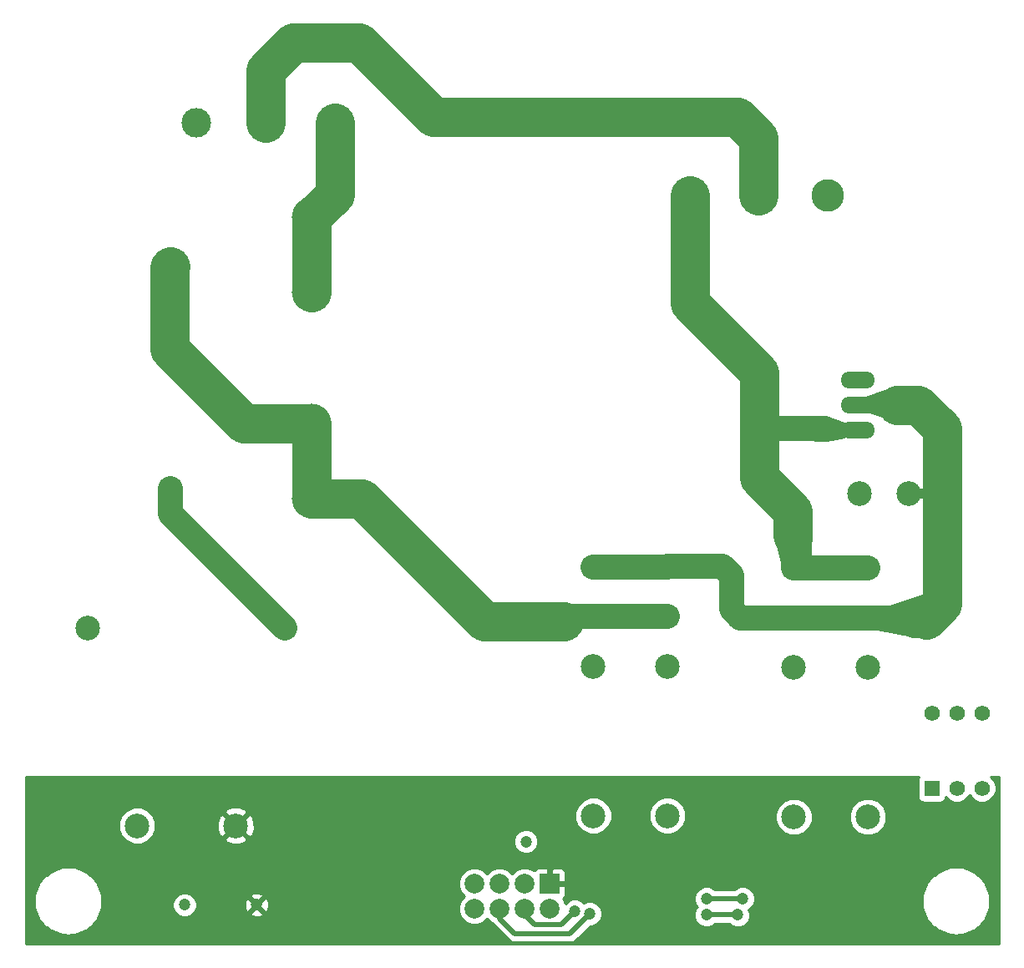
<source format=gbl>
G04 #@! TF.FileFunction,Copper,L2,Bot,Signal*
%FSLAX46Y46*%
G04 Gerber Fmt 4.6, Leading zero omitted, Abs format (unit mm)*
G04 Created by KiCad (PCBNEW 0.201503020946+5465~21~ubuntu14.04.1-product) date Mon 30 Mar 2015 03:02:51 BST*
%MOMM*%
G01*
G04 APERTURE LIST*
%ADD10C,0.100000*%
%ADD11C,1.200000*%
%ADD12R,1.574800X1.574800*%
%ADD13C,1.574800*%
%ADD14C,3.000000*%
%ADD15C,2.000000*%
%ADD16R,2.000000X2.000000*%
%ADD17O,3.500120X1.699260*%
%ADD18C,4.000000*%
%ADD19C,2.500000*%
%ADD20C,2.499360*%
%ADD21C,3.300000*%
%ADD22C,0.508000*%
%ADD23C,0.254000*%
%ADD24C,1.000000*%
%ADD25C,1.500000*%
%ADD26C,2.500000*%
%ADD27C,4.000000*%
%ADD28C,2.000000*%
G04 APERTURE END LIST*
D10*
D11*
X54102000Y-127381000D03*
X81407000Y-120967500D03*
X46799500Y-127381000D03*
D12*
X122555000Y-115570000D03*
D13*
X125095000Y-115570000D03*
X127635000Y-115570000D03*
X127635000Y-107950000D03*
X125095000Y-107950000D03*
X122555000Y-107950000D03*
D14*
X62000000Y-48100000D03*
X55000000Y-48100000D03*
X48000000Y-48100000D03*
D15*
X76190000Y-125230000D03*
X76190000Y-127770000D03*
X78730000Y-125230000D03*
X78730000Y-127770000D03*
X81270000Y-125230000D03*
X81270000Y-127770000D03*
D16*
X83810000Y-125230000D03*
D15*
X83810000Y-127770000D03*
D17*
X115062000Y-76708000D03*
X115062000Y-79248000D03*
X115062000Y-74168000D03*
D18*
X59690000Y-57658000D03*
X59690000Y-65278000D03*
X59690000Y-86233000D03*
X59690000Y-78613000D03*
D19*
X45339000Y-62660000D03*
X45339000Y-85160000D03*
X41990000Y-119347000D03*
X51990000Y-119347000D03*
X36990000Y-99347000D03*
X56990000Y-99347000D03*
D20*
X115237000Y-85725000D03*
X120237000Y-85725000D03*
D21*
X112000000Y-55500000D03*
X105000000Y-55500000D03*
X98000000Y-55500000D03*
D19*
X88230000Y-118333000D03*
X95730000Y-118333000D03*
X88230000Y-98173000D03*
X88230000Y-93133000D03*
X95730000Y-98173000D03*
X95730000Y-93133000D03*
X88230000Y-103213000D03*
X95730000Y-103213000D03*
X108556000Y-118460000D03*
X116056000Y-118460000D03*
X108556000Y-98300000D03*
X108556000Y-93260000D03*
X116056000Y-98300000D03*
X116056000Y-93260000D03*
X108556000Y-103340000D03*
X116056000Y-103340000D03*
D11*
X92075000Y-118237000D03*
X94742000Y-125984000D03*
X64008000Y-124968000D03*
X118999000Y-116586000D03*
X120269000Y-129540000D03*
X105156000Y-123571000D03*
X111379000Y-125222000D03*
X71247000Y-125730000D03*
X127000000Y-123190000D03*
X76771500Y-119062500D03*
X99695000Y-126746000D03*
X86360000Y-128016000D03*
X103378000Y-126746000D03*
X99695000Y-128397000D03*
X102870000Y-128397000D03*
X87884000Y-128270000D03*
D22*
X92075000Y-119888000D02*
X92075000Y-118237000D01*
X83810000Y-125230000D02*
X93988000Y-125230000D01*
X93988000Y-125230000D02*
X94742000Y-125984000D01*
X94742000Y-125984000D02*
X94742000Y-122555000D01*
X94742000Y-122555000D02*
X92075000Y-119888000D01*
X64643000Y-124968000D02*
X64516000Y-124968000D01*
X64008000Y-124968000D02*
X64643000Y-124968000D01*
D23*
X127000000Y-123190000D02*
X125603000Y-123190000D01*
X125603000Y-123190000D02*
X118999000Y-116586000D01*
X127000000Y-123190000D02*
X122428000Y-123190000D01*
X120269000Y-125349000D02*
X120269000Y-129540000D01*
X122428000Y-123190000D02*
X120269000Y-125349000D01*
D22*
X105156000Y-123571000D02*
X109728000Y-123571000D01*
X109728000Y-123571000D02*
X111379000Y-125222000D01*
X83810000Y-125230000D02*
X83812000Y-125230000D01*
X64516000Y-124968000D02*
X70485000Y-124968000D01*
X70485000Y-124968000D02*
X71247000Y-125730000D01*
D23*
X71247000Y-125730000D02*
X72517000Y-125730000D01*
X70104000Y-126873000D02*
X71247000Y-125730000D01*
X64516000Y-124968000D02*
X68453000Y-124968000D01*
X68453000Y-124968000D02*
X70104000Y-123317000D01*
X127000000Y-123190000D02*
X122301000Y-123190000D01*
X122301000Y-123190000D02*
X122174000Y-123317000D01*
D22*
X76771500Y-119062500D02*
X77978000Y-117856000D01*
X77978000Y-117856000D02*
X81661000Y-117856000D01*
X81661000Y-117856000D02*
X83810000Y-120005000D01*
X83810000Y-120005000D02*
X83810000Y-125230000D01*
D24*
X120237000Y-85725000D02*
X123317000Y-85725000D01*
X123317000Y-85725000D02*
X123571000Y-85979000D01*
D25*
X115062000Y-76708000D02*
X120269000Y-76708000D01*
D26*
X108556000Y-98300000D02*
X116056000Y-98300000D01*
X103126000Y-98300000D02*
X108556000Y-98300000D01*
X102235000Y-97409000D02*
X103126000Y-98300000D01*
X102235000Y-93980000D02*
X102235000Y-97409000D01*
X101346000Y-93091000D02*
X102235000Y-93980000D01*
X95772000Y-93091000D02*
X101346000Y-93091000D01*
X95730000Y-93133000D02*
X95772000Y-93091000D01*
X88230000Y-93133000D02*
X95730000Y-93133000D01*
X121029000Y-98300000D02*
X121031000Y-98298000D01*
X116056000Y-98300000D02*
X121029000Y-98300000D01*
D27*
X121029000Y-98300000D02*
X120777000Y-98300000D01*
X119507000Y-76708000D02*
X120269000Y-76708000D01*
X119062500Y-76708000D02*
X119507000Y-76708000D01*
X118999000Y-76708000D02*
X119062500Y-76708000D01*
X123571000Y-79121000D02*
X121158000Y-76708000D01*
X123571000Y-79121000D02*
X123571000Y-85979000D01*
X121158000Y-76708000D02*
X118999000Y-76708000D01*
D24*
X116332000Y-77089000D02*
X115062000Y-76708000D01*
X119634000Y-78168500D02*
X116332000Y-77089000D01*
X119507000Y-76708000D02*
X119634000Y-78168500D01*
X118999000Y-75247500D02*
X118999000Y-76708000D01*
X115062000Y-76708000D02*
X118999000Y-75247500D01*
X116649500Y-98996500D02*
X116056000Y-98300000D01*
X120586500Y-99758500D02*
X116649500Y-98996500D01*
X120777000Y-98300000D02*
X120586500Y-99758500D01*
X121983500Y-96329500D02*
X121983500Y-98488500D01*
D27*
X123571000Y-96901000D02*
X123571000Y-85979000D01*
D24*
X116056000Y-98300000D02*
X121983500Y-96329500D01*
D27*
X121983500Y-98488500D02*
X123571000Y-96901000D01*
X85217000Y-98679000D02*
X77216000Y-98679000D01*
D26*
X88230000Y-98173000D02*
X85723000Y-98173000D01*
X85723000Y-98173000D02*
X85217000Y-98679000D01*
D27*
X64770000Y-86233000D02*
X59690000Y-86233000D01*
X77216000Y-98679000D02*
X64770000Y-86233000D01*
X59690000Y-78613000D02*
X52832000Y-78613000D01*
X45275500Y-71056500D02*
X45275500Y-62723500D01*
X52832000Y-78613000D02*
X45275500Y-71056500D01*
X45275500Y-62723500D02*
X45339000Y-62660000D01*
X59690000Y-78613000D02*
X59690000Y-86233000D01*
D26*
X88230000Y-98173000D02*
X95730000Y-98173000D01*
X45339000Y-85160000D02*
X45339000Y-87696000D01*
X45339000Y-87696000D02*
X56990000Y-99347000D01*
D27*
X59690000Y-57658000D02*
X59690000Y-65278000D01*
X62000000Y-48100000D02*
X62000000Y-55348000D01*
X62000000Y-55348000D02*
X59690000Y-57658000D01*
D28*
X108458000Y-93162000D02*
X108556000Y-93260000D01*
D26*
X108500000Y-93204000D02*
X108556000Y-93260000D01*
X112268000Y-93260000D02*
X108556000Y-93260000D01*
X116056000Y-93260000D02*
X112268000Y-93260000D01*
D27*
X98000000Y-66377000D02*
X98000000Y-55500000D01*
X98000000Y-66377000D02*
X105029000Y-73406000D01*
X105029000Y-73406000D02*
X105029000Y-76962000D01*
X105029000Y-79121000D02*
X105029000Y-76962000D01*
D25*
X111887000Y-79248000D02*
X111760000Y-79121000D01*
D26*
X111760000Y-79121000D02*
X105029000Y-79121000D01*
D25*
X115062000Y-79248000D02*
X111887000Y-79248000D01*
D26*
X108556000Y-89633000D02*
X108458000Y-89535000D01*
D27*
X108458000Y-89916000D02*
X108458000Y-89535000D01*
X108458000Y-89852500D02*
X108458000Y-89916000D01*
X108458000Y-87503000D02*
X108458000Y-89852500D01*
X105029000Y-84074000D02*
X105029000Y-79121000D01*
X105029000Y-84074000D02*
X108458000Y-87503000D01*
D26*
X108556000Y-93260000D02*
X108556000Y-89633000D01*
D24*
X107061000Y-89916000D02*
X108458000Y-89916000D01*
X107759500Y-92646500D02*
X107061000Y-89916000D01*
X108556000Y-93260000D02*
X107759500Y-92646500D01*
X109791500Y-92773500D02*
X109918500Y-89852500D01*
X109918500Y-89852500D02*
X108458000Y-89852500D01*
X108556000Y-93260000D02*
X109791500Y-92773500D01*
D22*
X102870000Y-126746000D02*
X103378000Y-126746000D01*
X99695000Y-126746000D02*
X102870000Y-126746000D01*
X82296000Y-129413000D02*
X81270000Y-128387000D01*
X82296000Y-129413000D02*
X84963000Y-129413000D01*
X84963000Y-129413000D02*
X86360000Y-128016000D01*
X81270000Y-127770000D02*
X81270000Y-127879000D01*
X81270000Y-127770000D02*
X81270000Y-128514000D01*
X81270000Y-127770000D02*
X81270000Y-128387000D01*
X99695000Y-128397000D02*
X101981000Y-128397000D01*
X101981000Y-128397000D02*
X102870000Y-128397000D01*
X80264000Y-130302000D02*
X78730000Y-128768000D01*
X80264000Y-130302000D02*
X85852000Y-130302000D01*
X85852000Y-130302000D02*
X87884000Y-128270000D01*
X78730000Y-127770000D02*
X78730000Y-128768000D01*
D27*
X72136000Y-47498000D02*
X72009000Y-47498000D01*
X72136000Y-47498000D02*
X102870000Y-47498000D01*
X102870000Y-47498000D02*
X105000000Y-49628000D01*
X105000000Y-55500000D02*
X105000000Y-49628000D01*
X55000000Y-42790000D02*
X55000000Y-48100000D01*
X57785000Y-40005000D02*
X55000000Y-42790000D01*
X64516000Y-40005000D02*
X57785000Y-40005000D01*
X72009000Y-47498000D02*
X64516000Y-40005000D01*
D23*
G36*
X129315000Y-131315000D02*
X128435162Y-131315000D01*
X128435162Y-126814833D01*
X128427180Y-126795515D01*
X128427594Y-126321318D01*
X127906963Y-125061296D01*
X127646587Y-124800465D01*
X127593117Y-124671057D01*
X127330327Y-124407808D01*
X127201010Y-124354110D01*
X126943774Y-124096425D01*
X125684663Y-123573596D01*
X125206104Y-123573178D01*
X125186799Y-123565162D01*
X124814833Y-123564838D01*
X124795515Y-123572819D01*
X124321318Y-123572406D01*
X123061296Y-124093037D01*
X122800465Y-124353412D01*
X122671057Y-124406883D01*
X122407808Y-124669673D01*
X122354110Y-124798989D01*
X122096425Y-125056226D01*
X121573596Y-126315337D01*
X121573178Y-126793895D01*
X121565162Y-126813201D01*
X121564838Y-127185167D01*
X121572819Y-127204484D01*
X121572406Y-127678682D01*
X122093037Y-128938704D01*
X122353412Y-129199534D01*
X122406883Y-129328943D01*
X122669673Y-129592192D01*
X122798989Y-129645889D01*
X123056226Y-129903575D01*
X124315337Y-130426404D01*
X124793895Y-130426821D01*
X124813201Y-130434838D01*
X125185167Y-130435162D01*
X125204484Y-130427180D01*
X125678682Y-130427594D01*
X126938704Y-129906963D01*
X127199534Y-129646587D01*
X127328943Y-129593117D01*
X127592192Y-129330327D01*
X127645889Y-129201010D01*
X127903575Y-128943774D01*
X128426404Y-127684663D01*
X128426821Y-127206104D01*
X128434838Y-127186799D01*
X128435162Y-126814833D01*
X128435162Y-131315000D01*
X117941326Y-131315000D01*
X117941326Y-118086695D01*
X117654957Y-117393628D01*
X117125161Y-116862907D01*
X116432595Y-116575328D01*
X115682695Y-116574674D01*
X114989628Y-116861043D01*
X114458907Y-117390839D01*
X114171328Y-118083405D01*
X114170674Y-118833305D01*
X114457043Y-119526372D01*
X114986839Y-120057093D01*
X115679405Y-120344672D01*
X116429305Y-120345326D01*
X117122372Y-120058957D01*
X117653093Y-119529161D01*
X117940672Y-118836595D01*
X117941326Y-118086695D01*
X117941326Y-131315000D01*
X110441326Y-131315000D01*
X110441326Y-118086695D01*
X110154957Y-117393628D01*
X109625161Y-116862907D01*
X108932595Y-116575328D01*
X108182695Y-116574674D01*
X107489628Y-116861043D01*
X106958907Y-117390839D01*
X106671328Y-118083405D01*
X106670674Y-118833305D01*
X106957043Y-119526372D01*
X107486839Y-120057093D01*
X108179405Y-120344672D01*
X108929305Y-120345326D01*
X109622372Y-120058957D01*
X110153093Y-119529161D01*
X110440672Y-118836595D01*
X110441326Y-118086695D01*
X110441326Y-131315000D01*
X104613214Y-131315000D01*
X104613214Y-126501421D01*
X104425592Y-126047343D01*
X104078485Y-125699629D01*
X103624734Y-125511215D01*
X103133421Y-125510786D01*
X102679343Y-125698408D01*
X102520473Y-125857000D01*
X100552581Y-125857000D01*
X100395485Y-125699629D01*
X99941734Y-125511215D01*
X99450421Y-125510786D01*
X98996343Y-125698408D01*
X98648629Y-126045515D01*
X98460215Y-126499266D01*
X98459786Y-126990579D01*
X98647408Y-127444657D01*
X98773946Y-127571416D01*
X98648629Y-127696515D01*
X98460215Y-128150266D01*
X98459786Y-128641579D01*
X98647408Y-129095657D01*
X98994515Y-129443371D01*
X99448266Y-129631785D01*
X99939579Y-129632214D01*
X100393657Y-129444592D01*
X100552526Y-129286000D01*
X101981000Y-129286000D01*
X102012418Y-129286000D01*
X102169515Y-129443371D01*
X102623266Y-129631785D01*
X103114579Y-129632214D01*
X103568657Y-129444592D01*
X103916371Y-129097485D01*
X104104785Y-128643734D01*
X104105214Y-128152421D01*
X103974405Y-127835841D01*
X104076657Y-127793592D01*
X104424371Y-127446485D01*
X104612785Y-126992734D01*
X104613214Y-126501421D01*
X104613214Y-131315000D01*
X97615326Y-131315000D01*
X97615326Y-117959695D01*
X97328957Y-117266628D01*
X96799161Y-116735907D01*
X96106595Y-116448328D01*
X95356695Y-116447674D01*
X94663628Y-116734043D01*
X94132907Y-117263839D01*
X93845328Y-117956405D01*
X93844674Y-118706305D01*
X94131043Y-119399372D01*
X94660839Y-119930093D01*
X95353405Y-120217672D01*
X96103305Y-120218326D01*
X96796372Y-119931957D01*
X97327093Y-119402161D01*
X97614672Y-118709595D01*
X97615326Y-117959695D01*
X97615326Y-131315000D01*
X90115326Y-131315000D01*
X90115326Y-117959695D01*
X89828957Y-117266628D01*
X89299161Y-116735907D01*
X88606595Y-116448328D01*
X87856695Y-116447674D01*
X87163628Y-116734043D01*
X86632907Y-117263839D01*
X86345328Y-117956405D01*
X86344674Y-118706305D01*
X86631043Y-119399372D01*
X87160839Y-119930093D01*
X87853405Y-120217672D01*
X88603305Y-120218326D01*
X89296372Y-119931957D01*
X89827093Y-119402161D01*
X90114672Y-118709595D01*
X90115326Y-117959695D01*
X90115326Y-131315000D01*
X89119214Y-131315000D01*
X89119214Y-128025421D01*
X88931592Y-127571343D01*
X88584485Y-127223629D01*
X88130734Y-127035215D01*
X87639421Y-127034786D01*
X87275595Y-127185116D01*
X87060485Y-126969629D01*
X86606734Y-126781215D01*
X86115421Y-126780786D01*
X85661343Y-126968408D01*
X85368606Y-127260632D01*
X85196894Y-126845057D01*
X85134749Y-126782803D01*
X85169698Y-126768327D01*
X85348327Y-126589699D01*
X85445000Y-126356310D01*
X85445000Y-126103691D01*
X85445000Y-125515750D01*
X85445000Y-124944250D01*
X85445000Y-124356309D01*
X85445000Y-124103690D01*
X85348327Y-123870301D01*
X85169698Y-123691673D01*
X84936309Y-123595000D01*
X84095750Y-123595000D01*
X83937000Y-123753750D01*
X83937000Y-125103000D01*
X85286250Y-125103000D01*
X85445000Y-124944250D01*
X85445000Y-125515750D01*
X85286250Y-125357000D01*
X83937000Y-125357000D01*
X83937000Y-125377000D01*
X83683000Y-125377000D01*
X83683000Y-125357000D01*
X83663000Y-125357000D01*
X83663000Y-125103000D01*
X83683000Y-125103000D01*
X83683000Y-123753750D01*
X83524250Y-123595000D01*
X82683691Y-123595000D01*
X82642214Y-123612180D01*
X82642214Y-120722921D01*
X82454592Y-120268843D01*
X82107485Y-119921129D01*
X81653734Y-119732715D01*
X81162421Y-119732286D01*
X80708343Y-119919908D01*
X80360629Y-120267015D01*
X80172215Y-120720766D01*
X80171786Y-121212079D01*
X80359408Y-121666157D01*
X80706515Y-122013871D01*
X81160266Y-122202285D01*
X81651579Y-122202714D01*
X82105657Y-122015092D01*
X82453371Y-121667985D01*
X82641785Y-121214234D01*
X82642214Y-120722921D01*
X82642214Y-123612180D01*
X82450302Y-123691673D01*
X82271673Y-123870301D01*
X82257369Y-123904833D01*
X82197363Y-123844722D01*
X81596648Y-123595284D01*
X80946205Y-123594716D01*
X80345057Y-123843106D01*
X79999800Y-124187759D01*
X79657363Y-123844722D01*
X79056648Y-123595284D01*
X78406205Y-123594716D01*
X77805057Y-123843106D01*
X77459800Y-124187759D01*
X77117363Y-123844722D01*
X76516648Y-123595284D01*
X75866205Y-123594716D01*
X75265057Y-123843106D01*
X74804722Y-124302637D01*
X74555284Y-124903352D01*
X74554716Y-125553795D01*
X74803106Y-126154943D01*
X75147759Y-126500199D01*
X74804722Y-126842637D01*
X74555284Y-127443352D01*
X74554716Y-128093795D01*
X74803106Y-128694943D01*
X75262637Y-129155278D01*
X75863352Y-129404716D01*
X76513795Y-129405284D01*
X77114943Y-129156894D01*
X77460199Y-128812240D01*
X77802637Y-129155278D01*
X77992917Y-129234288D01*
X77992917Y-129234289D01*
X78101382Y-129396618D01*
X79635382Y-130930618D01*
X79923794Y-131123329D01*
X79923795Y-131123330D01*
X80264000Y-131191000D01*
X85852000Y-131191000D01*
X86192205Y-131123329D01*
X86192206Y-131123329D01*
X86480618Y-130930618D01*
X87906216Y-129505019D01*
X88128579Y-129505214D01*
X88582657Y-129317592D01*
X88930371Y-128970485D01*
X89118785Y-128516734D01*
X89119214Y-128025421D01*
X89119214Y-131315000D01*
X55349807Y-131315000D01*
X55349807Y-127549964D01*
X55319482Y-127059587D01*
X55190164Y-126747383D01*
X54964735Y-126697870D01*
X54785130Y-126877475D01*
X54785130Y-126518265D01*
X54735617Y-126292836D01*
X54270964Y-126133193D01*
X53884388Y-126157098D01*
X53884388Y-119671194D01*
X53864250Y-118921565D01*
X53616123Y-118322533D01*
X53323320Y-118193285D01*
X53143715Y-118372890D01*
X53143715Y-118013680D01*
X53014467Y-117720877D01*
X52314194Y-117452612D01*
X51564565Y-117472750D01*
X50965533Y-117720877D01*
X50836285Y-118013680D01*
X51990000Y-119167395D01*
X53143715Y-118013680D01*
X53143715Y-118372890D01*
X52169605Y-119347000D01*
X53323320Y-120500715D01*
X53616123Y-120371467D01*
X53884388Y-119671194D01*
X53884388Y-126157098D01*
X53780587Y-126163518D01*
X53468383Y-126292836D01*
X53418870Y-126518265D01*
X54102000Y-127201395D01*
X54785130Y-126518265D01*
X54785130Y-126877475D01*
X54281605Y-127381000D01*
X54964735Y-128064130D01*
X55190164Y-128014617D01*
X55349807Y-127549964D01*
X55349807Y-131315000D01*
X54785130Y-131315000D01*
X54785130Y-128243735D01*
X54102000Y-127560605D01*
X53922395Y-127740210D01*
X53922395Y-127381000D01*
X53239265Y-126697870D01*
X53143715Y-126718856D01*
X53143715Y-120680320D01*
X51990000Y-119526605D01*
X51810395Y-119706210D01*
X51810395Y-119347000D01*
X50656680Y-118193285D01*
X50363877Y-118322533D01*
X50095612Y-119022806D01*
X50115750Y-119772435D01*
X50363877Y-120371467D01*
X50656680Y-120500715D01*
X51810395Y-119347000D01*
X51810395Y-119706210D01*
X50836285Y-120680320D01*
X50965533Y-120973123D01*
X51665806Y-121241388D01*
X52415435Y-121221250D01*
X53014467Y-120973123D01*
X53143715Y-120680320D01*
X53143715Y-126718856D01*
X53013836Y-126747383D01*
X52854193Y-127212036D01*
X52884518Y-127702413D01*
X53013836Y-128014617D01*
X53239265Y-128064130D01*
X53922395Y-127381000D01*
X53922395Y-127740210D01*
X53418870Y-128243735D01*
X53468383Y-128469164D01*
X53933036Y-128628807D01*
X54423413Y-128598482D01*
X54735617Y-128469164D01*
X54785130Y-128243735D01*
X54785130Y-131315000D01*
X48034714Y-131315000D01*
X48034714Y-127136421D01*
X47847092Y-126682343D01*
X47499985Y-126334629D01*
X47046234Y-126146215D01*
X46554921Y-126145786D01*
X46100843Y-126333408D01*
X45753129Y-126680515D01*
X45564715Y-127134266D01*
X45564286Y-127625579D01*
X45751908Y-128079657D01*
X46099015Y-128427371D01*
X46552766Y-128615785D01*
X47044079Y-128616214D01*
X47498157Y-128428592D01*
X47845871Y-128081485D01*
X48034285Y-127627734D01*
X48034714Y-127136421D01*
X48034714Y-131315000D01*
X43875326Y-131315000D01*
X43875326Y-118973695D01*
X43588957Y-118280628D01*
X43059161Y-117749907D01*
X42366595Y-117462328D01*
X41616695Y-117461674D01*
X40923628Y-117748043D01*
X40392907Y-118277839D01*
X40105328Y-118970405D01*
X40104674Y-119720305D01*
X40391043Y-120413372D01*
X40920839Y-120944093D01*
X41613405Y-121231672D01*
X42363305Y-121232326D01*
X43056372Y-120945957D01*
X43587093Y-120416161D01*
X43874672Y-119723595D01*
X43875326Y-118973695D01*
X43875326Y-131315000D01*
X38435162Y-131315000D01*
X38435162Y-126814833D01*
X38427180Y-126795515D01*
X38427594Y-126321318D01*
X37906963Y-125061296D01*
X37646587Y-124800465D01*
X37593117Y-124671057D01*
X37330327Y-124407808D01*
X37201010Y-124354110D01*
X36943774Y-124096425D01*
X35684663Y-123573596D01*
X35206104Y-123573178D01*
X35186799Y-123565162D01*
X34814833Y-123564838D01*
X34795515Y-123572819D01*
X34321318Y-123572406D01*
X33061296Y-124093037D01*
X32800465Y-124353412D01*
X32671057Y-124406883D01*
X32407808Y-124669673D01*
X32354110Y-124798989D01*
X32096425Y-125056226D01*
X31573596Y-126315337D01*
X31573178Y-126793895D01*
X31565162Y-126813201D01*
X31564838Y-127185167D01*
X31572819Y-127204484D01*
X31572406Y-127678682D01*
X32093037Y-128938704D01*
X32353412Y-129199534D01*
X32406883Y-129328943D01*
X32669673Y-129592192D01*
X32798989Y-129645889D01*
X33056226Y-129903575D01*
X34315337Y-130426404D01*
X34793895Y-130426821D01*
X34813201Y-130434838D01*
X35185167Y-130435162D01*
X35204484Y-130427180D01*
X35678682Y-130427594D01*
X36938704Y-129906963D01*
X37199534Y-129646587D01*
X37328943Y-129593117D01*
X37592192Y-129330327D01*
X37645889Y-129201010D01*
X37903575Y-128943774D01*
X38426404Y-127684663D01*
X38426821Y-127206104D01*
X38434838Y-127186799D01*
X38435162Y-126814833D01*
X38435162Y-131315000D01*
X30685000Y-131315000D01*
X30685000Y-114427000D01*
X121241747Y-114427000D01*
X121170223Y-114532960D01*
X121120160Y-114782600D01*
X121120160Y-116357400D01*
X121167137Y-116599523D01*
X121306927Y-116812327D01*
X121517960Y-116954777D01*
X121767600Y-117004840D01*
X123342400Y-117004840D01*
X123584523Y-116957863D01*
X123797327Y-116818073D01*
X123939777Y-116607040D01*
X123969993Y-116456363D01*
X124288223Y-116775149D01*
X124810826Y-116992152D01*
X125376691Y-116992646D01*
X125899672Y-116776555D01*
X126300149Y-116376777D01*
X126364891Y-116220859D01*
X126428445Y-116374672D01*
X126828223Y-116775149D01*
X127350826Y-116992152D01*
X127916691Y-116992646D01*
X128439672Y-116776555D01*
X128840149Y-116376777D01*
X129057152Y-115854174D01*
X129057646Y-115288309D01*
X128841555Y-114765328D01*
X128503817Y-114427000D01*
X129315000Y-114427000D01*
X129315000Y-131315000D01*
X129315000Y-131315000D01*
G37*
X129315000Y-131315000D02*
X128435162Y-131315000D01*
X128435162Y-126814833D01*
X128427180Y-126795515D01*
X128427594Y-126321318D01*
X127906963Y-125061296D01*
X127646587Y-124800465D01*
X127593117Y-124671057D01*
X127330327Y-124407808D01*
X127201010Y-124354110D01*
X126943774Y-124096425D01*
X125684663Y-123573596D01*
X125206104Y-123573178D01*
X125186799Y-123565162D01*
X124814833Y-123564838D01*
X124795515Y-123572819D01*
X124321318Y-123572406D01*
X123061296Y-124093037D01*
X122800465Y-124353412D01*
X122671057Y-124406883D01*
X122407808Y-124669673D01*
X122354110Y-124798989D01*
X122096425Y-125056226D01*
X121573596Y-126315337D01*
X121573178Y-126793895D01*
X121565162Y-126813201D01*
X121564838Y-127185167D01*
X121572819Y-127204484D01*
X121572406Y-127678682D01*
X122093037Y-128938704D01*
X122353412Y-129199534D01*
X122406883Y-129328943D01*
X122669673Y-129592192D01*
X122798989Y-129645889D01*
X123056226Y-129903575D01*
X124315337Y-130426404D01*
X124793895Y-130426821D01*
X124813201Y-130434838D01*
X125185167Y-130435162D01*
X125204484Y-130427180D01*
X125678682Y-130427594D01*
X126938704Y-129906963D01*
X127199534Y-129646587D01*
X127328943Y-129593117D01*
X127592192Y-129330327D01*
X127645889Y-129201010D01*
X127903575Y-128943774D01*
X128426404Y-127684663D01*
X128426821Y-127206104D01*
X128434838Y-127186799D01*
X128435162Y-126814833D01*
X128435162Y-131315000D01*
X117941326Y-131315000D01*
X117941326Y-118086695D01*
X117654957Y-117393628D01*
X117125161Y-116862907D01*
X116432595Y-116575328D01*
X115682695Y-116574674D01*
X114989628Y-116861043D01*
X114458907Y-117390839D01*
X114171328Y-118083405D01*
X114170674Y-118833305D01*
X114457043Y-119526372D01*
X114986839Y-120057093D01*
X115679405Y-120344672D01*
X116429305Y-120345326D01*
X117122372Y-120058957D01*
X117653093Y-119529161D01*
X117940672Y-118836595D01*
X117941326Y-118086695D01*
X117941326Y-131315000D01*
X110441326Y-131315000D01*
X110441326Y-118086695D01*
X110154957Y-117393628D01*
X109625161Y-116862907D01*
X108932595Y-116575328D01*
X108182695Y-116574674D01*
X107489628Y-116861043D01*
X106958907Y-117390839D01*
X106671328Y-118083405D01*
X106670674Y-118833305D01*
X106957043Y-119526372D01*
X107486839Y-120057093D01*
X108179405Y-120344672D01*
X108929305Y-120345326D01*
X109622372Y-120058957D01*
X110153093Y-119529161D01*
X110440672Y-118836595D01*
X110441326Y-118086695D01*
X110441326Y-131315000D01*
X104613214Y-131315000D01*
X104613214Y-126501421D01*
X104425592Y-126047343D01*
X104078485Y-125699629D01*
X103624734Y-125511215D01*
X103133421Y-125510786D01*
X102679343Y-125698408D01*
X102520473Y-125857000D01*
X100552581Y-125857000D01*
X100395485Y-125699629D01*
X99941734Y-125511215D01*
X99450421Y-125510786D01*
X98996343Y-125698408D01*
X98648629Y-126045515D01*
X98460215Y-126499266D01*
X98459786Y-126990579D01*
X98647408Y-127444657D01*
X98773946Y-127571416D01*
X98648629Y-127696515D01*
X98460215Y-128150266D01*
X98459786Y-128641579D01*
X98647408Y-129095657D01*
X98994515Y-129443371D01*
X99448266Y-129631785D01*
X99939579Y-129632214D01*
X100393657Y-129444592D01*
X100552526Y-129286000D01*
X101981000Y-129286000D01*
X102012418Y-129286000D01*
X102169515Y-129443371D01*
X102623266Y-129631785D01*
X103114579Y-129632214D01*
X103568657Y-129444592D01*
X103916371Y-129097485D01*
X104104785Y-128643734D01*
X104105214Y-128152421D01*
X103974405Y-127835841D01*
X104076657Y-127793592D01*
X104424371Y-127446485D01*
X104612785Y-126992734D01*
X104613214Y-126501421D01*
X104613214Y-131315000D01*
X97615326Y-131315000D01*
X97615326Y-117959695D01*
X97328957Y-117266628D01*
X96799161Y-116735907D01*
X96106595Y-116448328D01*
X95356695Y-116447674D01*
X94663628Y-116734043D01*
X94132907Y-117263839D01*
X93845328Y-117956405D01*
X93844674Y-118706305D01*
X94131043Y-119399372D01*
X94660839Y-119930093D01*
X95353405Y-120217672D01*
X96103305Y-120218326D01*
X96796372Y-119931957D01*
X97327093Y-119402161D01*
X97614672Y-118709595D01*
X97615326Y-117959695D01*
X97615326Y-131315000D01*
X90115326Y-131315000D01*
X90115326Y-117959695D01*
X89828957Y-117266628D01*
X89299161Y-116735907D01*
X88606595Y-116448328D01*
X87856695Y-116447674D01*
X87163628Y-116734043D01*
X86632907Y-117263839D01*
X86345328Y-117956405D01*
X86344674Y-118706305D01*
X86631043Y-119399372D01*
X87160839Y-119930093D01*
X87853405Y-120217672D01*
X88603305Y-120218326D01*
X89296372Y-119931957D01*
X89827093Y-119402161D01*
X90114672Y-118709595D01*
X90115326Y-117959695D01*
X90115326Y-131315000D01*
X89119214Y-131315000D01*
X89119214Y-128025421D01*
X88931592Y-127571343D01*
X88584485Y-127223629D01*
X88130734Y-127035215D01*
X87639421Y-127034786D01*
X87275595Y-127185116D01*
X87060485Y-126969629D01*
X86606734Y-126781215D01*
X86115421Y-126780786D01*
X85661343Y-126968408D01*
X85368606Y-127260632D01*
X85196894Y-126845057D01*
X85134749Y-126782803D01*
X85169698Y-126768327D01*
X85348327Y-126589699D01*
X85445000Y-126356310D01*
X85445000Y-126103691D01*
X85445000Y-125515750D01*
X85445000Y-124944250D01*
X85445000Y-124356309D01*
X85445000Y-124103690D01*
X85348327Y-123870301D01*
X85169698Y-123691673D01*
X84936309Y-123595000D01*
X84095750Y-123595000D01*
X83937000Y-123753750D01*
X83937000Y-125103000D01*
X85286250Y-125103000D01*
X85445000Y-124944250D01*
X85445000Y-125515750D01*
X85286250Y-125357000D01*
X83937000Y-125357000D01*
X83937000Y-125377000D01*
X83683000Y-125377000D01*
X83683000Y-125357000D01*
X83663000Y-125357000D01*
X83663000Y-125103000D01*
X83683000Y-125103000D01*
X83683000Y-123753750D01*
X83524250Y-123595000D01*
X82683691Y-123595000D01*
X82642214Y-123612180D01*
X82642214Y-120722921D01*
X82454592Y-120268843D01*
X82107485Y-119921129D01*
X81653734Y-119732715D01*
X81162421Y-119732286D01*
X80708343Y-119919908D01*
X80360629Y-120267015D01*
X80172215Y-120720766D01*
X80171786Y-121212079D01*
X80359408Y-121666157D01*
X80706515Y-122013871D01*
X81160266Y-122202285D01*
X81651579Y-122202714D01*
X82105657Y-122015092D01*
X82453371Y-121667985D01*
X82641785Y-121214234D01*
X82642214Y-120722921D01*
X82642214Y-123612180D01*
X82450302Y-123691673D01*
X82271673Y-123870301D01*
X82257369Y-123904833D01*
X82197363Y-123844722D01*
X81596648Y-123595284D01*
X80946205Y-123594716D01*
X80345057Y-123843106D01*
X79999800Y-124187759D01*
X79657363Y-123844722D01*
X79056648Y-123595284D01*
X78406205Y-123594716D01*
X77805057Y-123843106D01*
X77459800Y-124187759D01*
X77117363Y-123844722D01*
X76516648Y-123595284D01*
X75866205Y-123594716D01*
X75265057Y-123843106D01*
X74804722Y-124302637D01*
X74555284Y-124903352D01*
X74554716Y-125553795D01*
X74803106Y-126154943D01*
X75147759Y-126500199D01*
X74804722Y-126842637D01*
X74555284Y-127443352D01*
X74554716Y-128093795D01*
X74803106Y-128694943D01*
X75262637Y-129155278D01*
X75863352Y-129404716D01*
X76513795Y-129405284D01*
X77114943Y-129156894D01*
X77460199Y-128812240D01*
X77802637Y-129155278D01*
X77992917Y-129234288D01*
X77992917Y-129234289D01*
X78101382Y-129396618D01*
X79635382Y-130930618D01*
X79923794Y-131123329D01*
X79923795Y-131123330D01*
X80264000Y-131191000D01*
X85852000Y-131191000D01*
X86192205Y-131123329D01*
X86192206Y-131123329D01*
X86480618Y-130930618D01*
X87906216Y-129505019D01*
X88128579Y-129505214D01*
X88582657Y-129317592D01*
X88930371Y-128970485D01*
X89118785Y-128516734D01*
X89119214Y-128025421D01*
X89119214Y-131315000D01*
X55349807Y-131315000D01*
X55349807Y-127549964D01*
X55319482Y-127059587D01*
X55190164Y-126747383D01*
X54964735Y-126697870D01*
X54785130Y-126877475D01*
X54785130Y-126518265D01*
X54735617Y-126292836D01*
X54270964Y-126133193D01*
X53884388Y-126157098D01*
X53884388Y-119671194D01*
X53864250Y-118921565D01*
X53616123Y-118322533D01*
X53323320Y-118193285D01*
X53143715Y-118372890D01*
X53143715Y-118013680D01*
X53014467Y-117720877D01*
X52314194Y-117452612D01*
X51564565Y-117472750D01*
X50965533Y-117720877D01*
X50836285Y-118013680D01*
X51990000Y-119167395D01*
X53143715Y-118013680D01*
X53143715Y-118372890D01*
X52169605Y-119347000D01*
X53323320Y-120500715D01*
X53616123Y-120371467D01*
X53884388Y-119671194D01*
X53884388Y-126157098D01*
X53780587Y-126163518D01*
X53468383Y-126292836D01*
X53418870Y-126518265D01*
X54102000Y-127201395D01*
X54785130Y-126518265D01*
X54785130Y-126877475D01*
X54281605Y-127381000D01*
X54964735Y-128064130D01*
X55190164Y-128014617D01*
X55349807Y-127549964D01*
X55349807Y-131315000D01*
X54785130Y-131315000D01*
X54785130Y-128243735D01*
X54102000Y-127560605D01*
X53922395Y-127740210D01*
X53922395Y-127381000D01*
X53239265Y-126697870D01*
X53143715Y-126718856D01*
X53143715Y-120680320D01*
X51990000Y-119526605D01*
X51810395Y-119706210D01*
X51810395Y-119347000D01*
X50656680Y-118193285D01*
X50363877Y-118322533D01*
X50095612Y-119022806D01*
X50115750Y-119772435D01*
X50363877Y-120371467D01*
X50656680Y-120500715D01*
X51810395Y-119347000D01*
X51810395Y-119706210D01*
X50836285Y-120680320D01*
X50965533Y-120973123D01*
X51665806Y-121241388D01*
X52415435Y-121221250D01*
X53014467Y-120973123D01*
X53143715Y-120680320D01*
X53143715Y-126718856D01*
X53013836Y-126747383D01*
X52854193Y-127212036D01*
X52884518Y-127702413D01*
X53013836Y-128014617D01*
X53239265Y-128064130D01*
X53922395Y-127381000D01*
X53922395Y-127740210D01*
X53418870Y-128243735D01*
X53468383Y-128469164D01*
X53933036Y-128628807D01*
X54423413Y-128598482D01*
X54735617Y-128469164D01*
X54785130Y-128243735D01*
X54785130Y-131315000D01*
X48034714Y-131315000D01*
X48034714Y-127136421D01*
X47847092Y-126682343D01*
X47499985Y-126334629D01*
X47046234Y-126146215D01*
X46554921Y-126145786D01*
X46100843Y-126333408D01*
X45753129Y-126680515D01*
X45564715Y-127134266D01*
X45564286Y-127625579D01*
X45751908Y-128079657D01*
X46099015Y-128427371D01*
X46552766Y-128615785D01*
X47044079Y-128616214D01*
X47498157Y-128428592D01*
X47845871Y-128081485D01*
X48034285Y-127627734D01*
X48034714Y-127136421D01*
X48034714Y-131315000D01*
X43875326Y-131315000D01*
X43875326Y-118973695D01*
X43588957Y-118280628D01*
X43059161Y-117749907D01*
X42366595Y-117462328D01*
X41616695Y-117461674D01*
X40923628Y-117748043D01*
X40392907Y-118277839D01*
X40105328Y-118970405D01*
X40104674Y-119720305D01*
X40391043Y-120413372D01*
X40920839Y-120944093D01*
X41613405Y-121231672D01*
X42363305Y-121232326D01*
X43056372Y-120945957D01*
X43587093Y-120416161D01*
X43874672Y-119723595D01*
X43875326Y-118973695D01*
X43875326Y-131315000D01*
X38435162Y-131315000D01*
X38435162Y-126814833D01*
X38427180Y-126795515D01*
X38427594Y-126321318D01*
X37906963Y-125061296D01*
X37646587Y-124800465D01*
X37593117Y-124671057D01*
X37330327Y-124407808D01*
X37201010Y-124354110D01*
X36943774Y-124096425D01*
X35684663Y-123573596D01*
X35206104Y-123573178D01*
X35186799Y-123565162D01*
X34814833Y-123564838D01*
X34795515Y-123572819D01*
X34321318Y-123572406D01*
X33061296Y-124093037D01*
X32800465Y-124353412D01*
X32671057Y-124406883D01*
X32407808Y-124669673D01*
X32354110Y-124798989D01*
X32096425Y-125056226D01*
X31573596Y-126315337D01*
X31573178Y-126793895D01*
X31565162Y-126813201D01*
X31564838Y-127185167D01*
X31572819Y-127204484D01*
X31572406Y-127678682D01*
X32093037Y-128938704D01*
X32353412Y-129199534D01*
X32406883Y-129328943D01*
X32669673Y-129592192D01*
X32798989Y-129645889D01*
X33056226Y-129903575D01*
X34315337Y-130426404D01*
X34793895Y-130426821D01*
X34813201Y-130434838D01*
X35185167Y-130435162D01*
X35204484Y-130427180D01*
X35678682Y-130427594D01*
X36938704Y-129906963D01*
X37199534Y-129646587D01*
X37328943Y-129593117D01*
X37592192Y-129330327D01*
X37645889Y-129201010D01*
X37903575Y-128943774D01*
X38426404Y-127684663D01*
X38426821Y-127206104D01*
X38434838Y-127186799D01*
X38435162Y-126814833D01*
X38435162Y-131315000D01*
X30685000Y-131315000D01*
X30685000Y-114427000D01*
X121241747Y-114427000D01*
X121170223Y-114532960D01*
X121120160Y-114782600D01*
X121120160Y-116357400D01*
X121167137Y-116599523D01*
X121306927Y-116812327D01*
X121517960Y-116954777D01*
X121767600Y-117004840D01*
X123342400Y-117004840D01*
X123584523Y-116957863D01*
X123797327Y-116818073D01*
X123939777Y-116607040D01*
X123969993Y-116456363D01*
X124288223Y-116775149D01*
X124810826Y-116992152D01*
X125376691Y-116992646D01*
X125899672Y-116776555D01*
X126300149Y-116376777D01*
X126364891Y-116220859D01*
X126428445Y-116374672D01*
X126828223Y-116775149D01*
X127350826Y-116992152D01*
X127916691Y-116992646D01*
X128439672Y-116776555D01*
X128840149Y-116376777D01*
X129057152Y-115854174D01*
X129057646Y-115288309D01*
X128841555Y-114765328D01*
X128503817Y-114427000D01*
X129315000Y-114427000D01*
X129315000Y-131315000D01*
G36*
X113665000Y-79905885D02*
X111874425Y-80264000D01*
X110623860Y-80264000D01*
X110737492Y-78105000D01*
X112247391Y-78105000D01*
X113665000Y-78577536D01*
X113665000Y-79883000D01*
X113665000Y-79905885D01*
X113665000Y-79905885D01*
G37*
X113665000Y-79905885D02*
X111874425Y-80264000D01*
X110623860Y-80264000D01*
X110737492Y-78105000D01*
X112247391Y-78105000D01*
X113665000Y-78577536D01*
X113665000Y-79883000D01*
X113665000Y-79905885D01*
M02*

</source>
